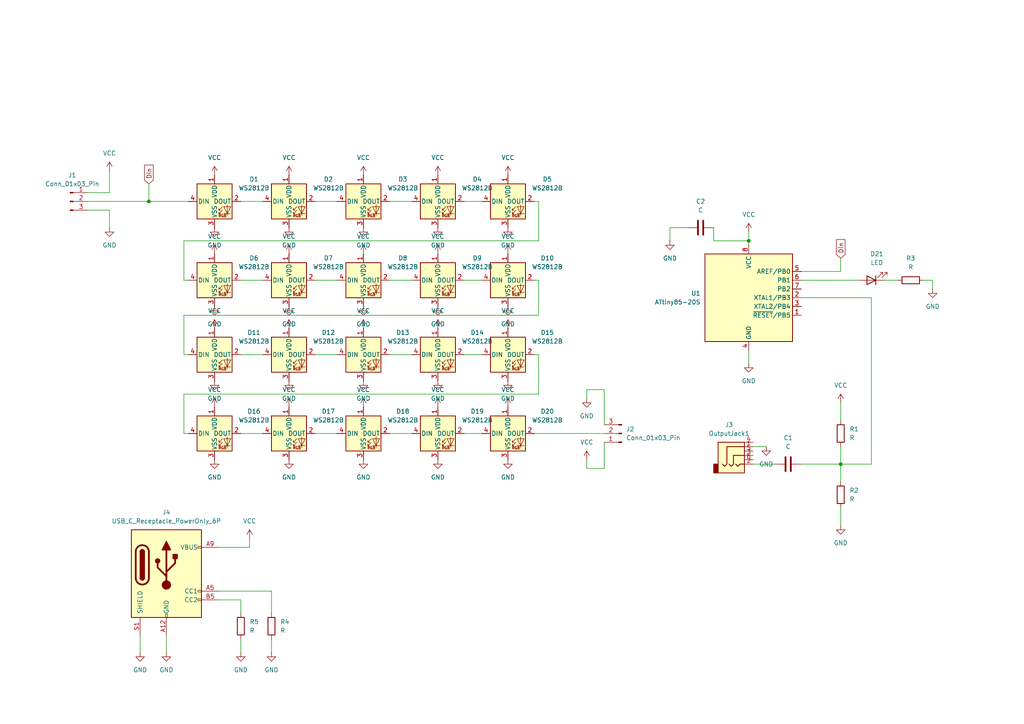
<source format=kicad_sch>
(kicad_sch (version 20250114) (generator "eeschema") (generator_version "9.0")
  (paper "A4")
  (lib_symbols
    (symbol "1Channel-PiezoAmp-rescue:AudioJack3-Connector_6"
      (property "Reference" "J6" (at -7.112 -1.7018 0))
      (property "Value" "OutputJack1" (at -7.112 0.6096 0))
      (symbol "AudioJack3-Connector_6_0_1"
        (rectangle (start -5.08 -5.08) (end -6.35 -2.54) (stroke (width 0.254)) (fill (type outline)))
        (polyline (pts (xy -1.905 -2.54) (xy -1.27 -3.175) (xy -0.635 -2.54) (xy -0.635 0) (xy 2.54 0)) (stroke (width 0.254)))
        (polyline (pts (xy 0 -2.54) (xy 0.635 -3.175) (xy 1.27 -2.54) (xy 2.54 -2.54)) (stroke (width 0.254)))
        (rectangle (start 2.54 3.81) (end -5.08 -5.08) (stroke (width 0.254)) (fill (type background)))
        (polyline (pts (xy 2.54 2.54) (xy -2.54 2.54) (xy -2.54 -2.54) (xy -3.175 -3.175) (xy -3.81 -2.54)) (stroke (width 0.254)))
      )
      (symbol "AudioJack3-Connector_6_1_1"
        (pin passive line (at 5.08 3.81 180) (length 2.54) (name "~") (number "4"))
        (pin passive line (at 5.08 2.54 180) (length 2.54) (name "~") (number "1"))
        (pin passive line (at 5.08 1.27 180) (length 2.54) (name "~") (number "5"))
        (pin passive line (at 5.08 0 180) (length 2.54) (name "~") (number "3"))
        (pin passive line (at 5.08 -1.27 180) (length 2.54) (name "~") (number "6"))
        (pin passive line (at 5.08 -2.54 180) (length 2.54) (name "~") (number "2"))
      )
    )
    (symbol "Connector:Conn_01x03_Pin" (pin_names (offset 1.016) (hide yes))
      (property "Reference" "J" (at 0 5.08 0))
      (property "Value" "Conn_01x03_Pin" (at 0 -5.08 0))
      (symbol "Conn_01x03_Pin_1_1"
        (rectangle (start 0.8636 2.667) (end 0 2.413) (stroke (width 0.1524)) (fill (type outline)))
        (rectangle (start 0.8636 0.127) (end 0 -0.127) (stroke (width 0.1524)) (fill (type outline)))
        (rectangle (start 0.8636 -2.413) (end 0 -2.667) (stroke (width 0.1524)) (fill (type outline)))
        (polyline (pts (xy 1.27 2.54) (xy 0.8636 2.54)) (stroke (width 0.1524)))
        (polyline (pts (xy 1.27 0) (xy 0.8636 0)) (stroke (width 0.1524)))
        (polyline (pts (xy 1.27 -2.54) (xy 0.8636 -2.54)) (stroke (width 0.1524)))
        (pin passive line (at 5.08 2.54 180) (length 3.81) (name "Pin_1") (number "1"))
        (pin passive line (at 5.08 0 180) (length 3.81) (name "Pin_2") (number "2"))
        (pin passive line (at 5.08 -2.54 180) (length 3.81) (name "Pin_3") (number "3"))
      )
    )
    (symbol "Connector:USB_C_Receptacle_PowerOnly_6P" (pin_names (offset 1.016))
      (property "Reference" "J" (at 0 16.51 0))
      (property "Value" "USB_C_Receptacle_PowerOnly_6P" (at 0 13.97 0))
      (symbol "USB_C_Receptacle_PowerOnly_6P_0_0"
        (rectangle (start -0.254 -12.7) (end 0.254 -11.684))
        (rectangle (start 10.16 7.874) (end 9.144 7.366))
        (rectangle (start 10.16 -4.826) (end 9.144 -5.334))
        (rectangle (start 10.16 -7.366) (end 9.144 -7.874))
      )
      (symbol "USB_C_Receptacle_PowerOnly_6P_0_1"
        (rectangle (start -10.16 12.7) (end 10.16 -12.7) (stroke (width 0.254)) (fill (type background)))
        (polyline (pts (xy -8.89 -1.27) (xy -8.89 6.35)) (stroke (width 0.508)))
        (rectangle (start -7.62 -1.27) (end -6.35 6.35) (stroke (width 0.254)) (fill (type outline)))
        (arc (start -7.62 6.35) (mid -6.985 6.9823) (end -6.35 6.35) (stroke (width 0.254)))
        (arc (start -7.62 6.35) (mid -6.985 6.9823) (end -6.35 6.35) (stroke (width 0.254)) (fill (type outline)))
        (arc (start -8.89 6.35) (mid -6.985 8.2467) (end -5.08 6.35) (stroke (width 0.508)))
        (arc (start -5.08 -1.27) (mid -6.985 -3.1667) (end -8.89 -1.27) (stroke (width 0.508)))
        (arc (start -6.35 -1.27) (mid -6.985 -1.9023) (end -7.62 -1.27) (stroke (width 0.254)))
        (arc (start -6.35 -1.27) (mid -6.985 -1.9023) (end -7.62 -1.27) (stroke (width 0.254)) (fill (type outline)))
        (polyline (pts (xy -5.08 6.35) (xy -5.08 -1.27)) (stroke (width 0.508)))
        (circle (center -2.54 3.683) (radius 0.635) (stroke (width 0.254)) (fill (type outline)))
        (polyline (pts (xy -1.27 6.858) (xy 0 9.398) (xy 1.27 6.858) (xy -1.27 6.858)) (stroke (width 0.254)) (fill (type outline)))
        (polyline (pts (xy 0 0.508) (xy 2.54 3.048) (xy 2.54 4.318)) (stroke (width 0.508)))
        (polyline (pts (xy 0 -0.762) (xy -2.54 1.778) (xy -2.54 3.048)) (stroke (width 0.508)))
        (polyline (pts (xy 0 -3.302) (xy 0 6.858)) (stroke (width 0.508)))
        (circle (center 0 -3.302) (radius 1.27) (fill (type outline)))
        (rectangle (start 1.905 4.318) (end 3.175 5.588) (stroke (width 0.254)) (fill (type outline)))
      )
      (symbol "USB_C_Receptacle_PowerOnly_6P_1_1"
        (pin passive line (at -7.62 -17.78 90) (length 5.08) (name "SHIELD") (number "S1"))
        (pin passive line (at 0 -17.78 90) (length 5.08) (name "GND") (number "A12"))
        (pin passive line (at 0 -17.78 90) (length 5.08) (hide yes) (name "GND") (number "B12"))
        (pin passive line (at 15.24 7.62 180) (length 5.08) (name "VBUS") (number "A9"))
        (pin passive line (at 15.24 7.62 180) (length 5.08) (hide yes) (name "VBUS") (number "B9"))
        (pin bidirectional line (at 15.24 -5.08 180) (length 5.08) (name "CC1") (number "A5"))
        (pin bidirectional line (at 15.24 -7.62 180) (length 5.08) (name "CC2") (number "B5"))
      )
    )
    (symbol "Device:C" (pin_numbers (hide yes)) (pin_names (offset 0.254))
      (property "Reference" "C" (at 0.635 2.54 0))
      (property "Value" "C" (at 0.635 -2.54 0))
      (symbol "C_0_1"
        (polyline (pts (xy -2.032 0.762) (xy 2.032 0.762)) (stroke (width 0.508)))
        (polyline (pts (xy -2.032 -0.762) (xy 2.032 -0.762)) (stroke (width 0.508)))
      )
      (symbol "C_1_1"
        (pin passive line (at 0 3.81 270) (length 2.794) (name "~") (number "1"))
        (pin passive line (at 0 -3.81 90) (length 2.794) (name "~") (number "2"))
      )
    )
    (symbol "Device:LED" (pin_numbers (hide yes)) (pin_names (offset 1.016) (hide yes))
      (property "Reference" "D" (at 0 2.54 0))
      (property "Value" "LED" (at 0 -2.54 0))
      (symbol "LED_0_1"
        (polyline (pts (xy -3.048 -0.762) (xy -4.572 -2.286) (xy -3.81 -2.286) (xy -4.572 -2.286) (xy -4.572 -1.524)))
        (polyline (pts (xy -1.778 -0.762) (xy -3.302 -2.286) (xy -2.54 -2.286) (xy -3.302 -2.286) (xy -3.302 -1.524)))
        (polyline (pts (xy -1.27 0) (xy 1.27 0)))
        (polyline (pts (xy -1.27 -1.27) (xy -1.27 1.27)) (stroke (width 0.254)))
        (polyline (pts (xy 1.27 -1.27) (xy 1.27 1.27) (xy -1.27 0) (xy 1.27 -1.27)) (stroke (width 0.254)))
      )
      (symbol "LED_1_1"
        (pin passive line (at -3.81 0 0) (length 2.54) (name "K") (number "1"))
        (pin passive line (at 3.81 0 180) (length 2.54) (name "A") (number "2"))
      )
    )
    (symbol "Device:R" (pin_numbers (hide yes)) (pin_names (offset 0))
      (property "Reference" "R" (at 2.032 0 90))
      (property "Value" "R" (at 0 0 90))
      (symbol "R_0_1"
        (rectangle (start -1.016 -2.54) (end 1.016 2.54) (stroke (width 0.254)))
      )
      (symbol "R_1_1"
        (pin passive line (at 0 3.81 270) (length 1.27) (name "~") (number "1"))
        (pin passive line (at 0 -3.81 90) (length 1.27) (name "~") (number "2"))
      )
    )
    (symbol "LED:WS2812B" (pin_names (offset 0.254))
      (property "Reference" "D" (at 5.08 5.715 0))
      (property "Value" "WS2812B" (at 1.27 -5.715 0))
      (symbol "WS2812B_0_0"
        (text "RGB" (at 2.286 -4.191 0) (effects (font (size 0.762 0.762))))
      )
      (symbol "WS2812B_0_1"
        (polyline (pts (xy 1.27 -2.54) (xy 1.778 -2.54)))
        (polyline (pts (xy 1.27 -3.556) (xy 1.778 -3.556)))
        (polyline (pts (xy 2.286 -1.524) (xy 1.27 -2.54) (xy 1.27 -2.032)))
        (polyline (pts (xy 2.286 -2.54) (xy 1.27 -3.556) (xy 1.27 -3.048)))
        (polyline (pts (xy 3.683 -1.016) (xy 3.683 -3.556) (xy 3.683 -4.064)))
        (polyline (pts (xy 4.699 -1.524) (xy 2.667 -1.524) (xy 3.683 -3.556) (xy 4.699 -1.524)))
        (polyline (pts (xy 4.699 -3.556) (xy 2.667 -3.556)))
        (rectangle (start 5.08 5.08) (end -5.08 -5.08) (stroke (width 0.254)) (fill (type background)))
      )
      (symbol "WS2812B_1_1"
        (pin input line (at -7.62 0 0) (length 2.54) (name "DIN") (number "4"))
        (pin power_in line (at 0 7.62 270) (length 2.54) (name "VDD") (number "1"))
        (pin power_in line (at 0 -7.62 90) (length 2.54) (name "VSS") (number "3"))
        (pin output line (at 7.62 0 180) (length 2.54) (name "DOUT") (number "2"))
      )
    )
    (symbol "MCU_Microchip_ATtiny:ATtiny85-20S"
      (property "Reference" "U" (at -12.7 13.97 0))
      (property "Value" "ATtiny85-20S" (at 2.54 -13.97 0))
      (symbol "ATtiny85-20S_0_1"
        (rectangle (start -12.7 -12.7) (end 12.7 12.7) (stroke (width 0.254)) (fill (type background)))
      )
      (symbol "ATtiny85-20S_1_1"
        (pin power_in line (at 0 15.24 270) (length 2.54) (name "VCC") (number "8"))
        (pin power_in line (at 0 -15.24 90) (length 2.54) (name "GND") (number "4"))
        (pin bidirectional line (at 15.24 7.62 180) (length 2.54) (name "AREF/PB0") (number "5"))
        (pin bidirectional line (at 15.24 5.08 180) (length 2.54) (name "PB1") (number "6"))
        (pin bidirectional line (at 15.24 2.54 180) (length 2.54) (name "PB2") (number "7"))
        (pin bidirectional line (at 15.24 0 180) (length 2.54) (name "XTAL1/PB3") (number "2"))
        (pin bidirectional line (at 15.24 -2.54 180) (length 2.54) (name "XTAL2/PB4") (number "3"))
        (pin bidirectional line (at 15.24 -5.08 180) (length 2.54) (name "~{RESET}/PB5") (number "1"))
      )
    )
    (symbol "power:GND" (power) (pin_numbers (hide yes)) (pin_names (offset 0) (hide yes))
      (property "Value" "GND" (at 0 -3.81 0))
      (symbol "GND_0_1"
        (polyline (pts (xy 0 0) (xy 0 -1.27) (xy 1.27 -1.27) (xy 0 -2.54) (xy -1.27 -1.27) (xy 0 -1.27)))
      )
      (symbol "GND_1_1"
        (pin power_in line (at 0 0 270) (length 0) (name "~") (number "1"))
      )
    )
    (symbol "power:VCC" (power) (pin_numbers (hide yes)) (pin_names (offset 0) (hide yes))
      (property "Value" "VCC" (at 0 3.556 0))
      (symbol "VCC_0_1"
        (polyline (pts (xy -0.762 1.27) (xy 0 2.54)))
        (polyline (pts (xy 0 2.54) (xy 0.762 1.27)))
        (polyline (pts (xy 0 0) (xy 0 2.54)))
      )
      (symbol "VCC_1_1"
        (pin power_in line (at 0 0 90) (length 0) (name "~") (number "1"))
      )
    )
  )
  (junction (at 243.84 134.62))
  (junction (at 217.17 69.85))
  (junction (at 43.18 58.42))
  (wire (pts (xy 72.39 158.75) (xy 72.39 156.21)))
  (wire (pts (xy 53.34 114.3) (xy 53.34 125.73)))
  (wire (pts (xy 25.4 60.96) (xy 31.75 60.96)))
  (wire (pts (xy 217.17 101.6) (xy 217.17 105.41)))
  (wire (pts (xy 243.84 74.93) (xy 243.84 78.74)))
  (wire (pts (xy 69.85 81.28) (xy 76.2 81.28)))
  (wire (pts (xy 170.18 115.57) (xy 170.18 113.03)))
  (wire (pts (xy 53.34 91.44) (xy 53.34 102.87)))
  (wire (pts (xy 232.41 134.62) (xy 243.84 134.62)))
  (wire (pts (xy 25.4 58.42) (xy 43.18 58.42)))
  (wire (pts (xy 154.94 58.42) (xy 156.21 58.42)))
  (wire (pts (xy 243.84 78.74) (xy 232.41 78.74)))
  (wire (pts (xy 154.94 125.73) (xy 175.26 125.73)))
  (wire (pts (xy 207.01 66.04) (xy 207.01 69.85)))
  (wire (pts (xy 252.73 86.36) (xy 232.41 86.36)))
  (wire (pts (xy 154.94 102.87) (xy 156.21 102.87)))
  (wire (pts (xy 43.18 58.42) (xy 54.61 58.42)))
  (wire (pts (xy 53.34 102.87) (xy 54.61 102.87)))
  (wire (pts (xy 69.85 173.99) (xy 69.85 177.8)))
  (wire (pts (xy 63.5 158.75) (xy 72.39 158.75)))
  (wire (pts (xy 53.34 81.28) (xy 54.61 81.28)))
  (wire (pts (xy 156.21 58.42) (xy 156.21 69.85)))
  (wire (pts (xy 175.26 113.03) (xy 175.26 123.19)))
  (wire (pts (xy 40.64 184.15) (xy 40.64 189.23)))
  (wire (pts (xy 69.85 102.87) (xy 76.2 102.87)))
  (wire (pts (xy 113.03 58.42) (xy 119.38 58.42)))
  (wire (pts (xy 243.84 116.84) (xy 243.84 121.92)))
  (wire (pts (xy 134.62 102.87) (xy 139.7 102.87)))
  (wire (pts (xy 156.21 81.28) (xy 156.21 91.44)))
  (wire (pts (xy 232.41 81.28) (xy 248.92 81.28)))
  (wire (pts (xy 156.21 114.3) (xy 53.34 114.3)))
  (wire (pts (xy 78.74 171.45) (xy 78.74 177.8)))
  (wire (pts (xy 134.62 58.42) (xy 139.7 58.42)))
  (wire (pts (xy 154.94 81.28) (xy 156.21 81.28)))
  (wire (pts (xy 91.44 58.42) (xy 97.79 58.42)))
  (wire (pts (xy 25.4 55.88) (xy 31.75 55.88)))
  (wire (pts (xy 243.84 134.62) (xy 243.84 129.54)))
  (wire (pts (xy 63.5 171.45) (xy 78.74 171.45)))
  (wire (pts (xy 91.44 81.28) (xy 97.79 81.28)))
  (wire (pts (xy 217.17 69.85) (xy 207.01 69.85)))
  (wire (pts (xy 175.26 128.27) (xy 175.26 135.89)))
  (wire (pts (xy 217.17 67.31) (xy 217.17 69.85)))
  (wire (pts (xy 243.84 134.62) (xy 243.84 139.7)))
  (wire (pts (xy 113.03 102.87) (xy 119.38 102.87)))
  (wire (pts (xy 31.75 49.53) (xy 31.75 55.88)))
  (wire (pts (xy 199.39 66.04) (xy 194.31 66.04)))
  (wire (pts (xy 156.21 69.85) (xy 53.34 69.85)))
  (wire (pts (xy 256.54 81.28) (xy 260.35 81.28)))
  (wire (pts (xy 134.62 81.28) (xy 139.7 81.28)))
  (wire (pts (xy 69.85 125.73) (xy 76.2 125.73)))
  (wire (pts (xy 69.85 58.42) (xy 76.2 58.42)))
  (wire (pts (xy 217.17 69.85) (xy 217.17 71.12)))
  (wire (pts (xy 91.44 102.87) (xy 97.79 102.87)))
  (wire (pts (xy 243.84 134.62) (xy 252.73 134.62)))
  (wire (pts (xy 113.03 125.73) (xy 119.38 125.73)))
  (wire (pts (xy 156.21 102.87) (xy 156.21 114.3)))
  (wire (pts (xy 113.03 81.28) (xy 119.38 81.28)))
  (wire (pts (xy 53.34 69.85) (xy 53.34 81.28)))
  (wire (pts (xy 270.51 81.28) (xy 270.51 83.82)))
  (wire (pts (xy 218.44 129.54) (xy 222.25 129.54)))
  (wire (pts (xy 218.44 134.62) (xy 224.79 134.62)))
  (wire (pts (xy 156.21 91.44) (xy 53.34 91.44)))
  (wire (pts (xy 170.18 135.89) (xy 170.18 133.35)))
  (wire (pts (xy 43.18 53.34) (xy 43.18 58.42)))
  (wire (pts (xy 63.5 173.99) (xy 69.85 173.99)))
  (wire (pts (xy 252.73 134.62) (xy 252.73 86.36)))
  (wire (pts (xy 48.26 184.15) (xy 48.26 189.23)))
  (wire (pts (xy 194.31 66.04) (xy 194.31 69.85)))
  (wire (pts (xy 175.26 135.89) (xy 170.18 135.89)))
  (wire (pts (xy 31.75 60.96) (xy 31.75 66.04)))
  (wire (pts (xy 78.74 185.42) (xy 78.74 189.23)))
  (wire (pts (xy 267.97 81.28) (xy 270.51 81.28)))
  (wire (pts (xy 91.44 125.73) (xy 97.79 125.73)))
  (wire (pts (xy 134.62 125.73) (xy 139.7 125.73)))
  (wire (pts (xy 53.34 125.73) (xy 54.61 125.73)))
  (wire (pts (xy 170.18 113.03) (xy 175.26 113.03)))
  (wire (pts (xy 69.85 185.42) (xy 69.85 189.23)))
  (wire (pts (xy 243.84 147.32) (xy 243.84 152.4)))
  (global_label "Din" (shape input) (at 243.84 74.93 90) (property "Intersheetrefs" "${INTERSHEET_REFS}" (effects (hide yes))))
  (global_label "Din" (shape input) (at 43.18 53.34 90) (property "Intersheetrefs" "${INTERSHEET_REFS}" (effects (hide yes))))
  (symbol (lib_id "power:VCC") (at 170.18 133.35 0) (unit 1)
    (property "Reference" "#PWR49" (effects (hide yes)))
    (property "Value" "VCC" (at 170.18 128.27 0))
    (property "Description" "Power symbol creates a global label with name \"VCC\"" (effects (hide yes)))
  )
  (symbol (lib_id "LED:WS2812B") (at 62.23 81.28 0) (unit 1)
    (property "Reference" "D6" (at 73.66 74.8598 0))
    (property "Value" "WS2812B" (at 73.66 77.3998 0))
    (property "Footprint" "007_dusjagr:Mixtape_NEO_WS2812B_3d" (effects (hide yes)))
    (property "Datasheet" "https://cdn-shop.adafruit.com/datasheets/WS2812B.pdf" (effects (hide yes)))
    (property "Description" "RGB LED with integrated controller" (effects (hide yes)))
  )
  (symbol (lib_id "power:VCC") (at 147.32 95.25 0) (unit 1)
    (property "Reference" "#PWR6" (effects (hide yes)))
    (property "Value" "VCC" (at 147.32 90.17 0))
    (property "Description" "Power symbol creates a global label with name \"VCC\"" (effects (hide yes)))
  )
  (symbol (lib_id "power:VCC") (at 105.41 118.11 0) (unit 1)
    (property "Reference" "#PWR18" (effects (hide yes)))
    (property "Value" "VCC" (at 105.41 113.03 0))
    (property "Description" "Power symbol creates a global label with name \"VCC\"" (effects (hide yes)))
  )
  (symbol (lib_id "LED:WS2812B") (at 127 102.87 0) (unit 1)
    (property "Reference" "D14" (at 138.43 96.4498 0))
    (property "Value" "WS2812B" (at 138.43 98.9898 0))
    (property "Footprint" "007_dusjagr:Mixtape_NEO_WS2812B_3d" (effects (hide yes)))
    (property "Datasheet" "https://cdn-shop.adafruit.com/datasheets/WS2812B.pdf" (effects (hide yes)))
    (property "Description" "RGB LED with integrated controller" (effects (hide yes)))
  )
  (symbol (lib_id "LED:WS2812B") (at 147.32 58.42 0) (unit 1)
    (property "Reference" "D5" (at 158.75 51.9998 0))
    (property "Value" "WS2812B" (at 158.75 54.5398 0))
    (property "Footprint" "007_dusjagr:Mixtape_NEO_WS2812B_3d" (effects (hide yes)))
    (property "Datasheet" "https://cdn-shop.adafruit.com/datasheets/WS2812B.pdf" (effects (hide yes)))
    (property "Description" "RGB LED with integrated controller" (effects (hide yes)))
  )
  (symbol (lib_id "power:GND") (at 127 66.04 0) (unit 1)
    (property "Reference" "#PWR29" (effects (hide yes)))
    (property "Value" "GND" (at 127 71.12 0))
    (property "Description" "Power symbol creates a global label with name \"GND\" , ground" (effects (hide yes)))
  )
  (symbol (lib_id "LED:WS2812B") (at 127 81.28 0) (unit 1)
    (property "Reference" "D9" (at 138.43 74.8598 0))
    (property "Value" "WS2812B" (at 138.43 77.3998 0))
    (property "Footprint" "007_dusjagr:Mixtape_NEO_WS2812B_3d" (effects (hide yes)))
    (property "Datasheet" "https://cdn-shop.adafruit.com/datasheets/WS2812B.pdf" (effects (hide yes)))
    (property "Description" "RGB LED with integrated controller" (effects (hide yes)))
  )
  (symbol (lib_id "power:GND") (at 194.31 69.85 0) (unit 1)
    (property "Reference" "#PWR48" (effects (hide yes)))
    (property "Value" "GND" (at 194.31 74.93 0))
    (property "Description" "Power symbol creates a global label with name \"GND\" , ground" (effects (hide yes)))
  )
  (symbol (lib_id "power:GND") (at 170.18 115.57 0) (unit 1)
    (property "Reference" "#PWR50" (effects (hide yes)))
    (property "Value" "GND" (at 170.18 120.65 0))
    (property "Description" "Power symbol creates a global label with name \"GND\" , ground" (effects (hide yes)))
  )
  (symbol (lib_id "power:VCC") (at 62.23 118.11 0) (unit 1)
    (property "Reference" "#PWR16" (effects (hide yes)))
    (property "Value" "VCC" (at 62.23 113.03 0))
    (property "Description" "Power symbol creates a global label with name \"VCC\"" (effects (hide yes)))
  )
  (symbol (lib_id "Connector:USB_C_Receptacle_PowerOnly_6P") (at 48.26 166.37 0) (unit 1)
    (property "Reference" "J4" (at 48.26 148.59 0))
    (property "Value" "USB_C_Receptacle_PowerOnly_6P" (at 48.26 151.13 0))
    (property "Footprint" "Connector_USB:USB_C_Receptacle_GCT_USB4135-GF-A_6P_TopMnt_Horizontal" (effects (hide yes)))
    (property "Datasheet" "https://www.usb.org/sites/default/files/documents/usb_type-c.zip" (effects (hide yes)))
    (property "Description" "USB Power-Only 6P Type-C Receptacle connector" (effects (hide yes)))
  )
  (symbol (lib_id "power:GND") (at 147.32 133.35 0) (unit 1)
    (property "Reference" "#PWR40" (effects (hide yes)))
    (property "Value" "GND" (at 147.32 138.43 0))
    (property "Description" "Power symbol creates a global label with name \"GND\" , ground" (effects (hide yes)))
  )
  (symbol (lib_id "power:VCC") (at 83.82 73.66 0) (unit 1)
    (property "Reference" "#PWR13" (effects (hide yes)))
    (property "Value" "VCC" (at 83.82 68.58 0))
    (property "Description" "Power symbol creates a global label with name \"VCC\"" (effects (hide yes)))
  )
  (symbol (lib_id "Device:R") (at 264.16 81.28 90) (unit 1)
    (property "Reference" "R3" (at 264.16 74.93 90))
    (property "Value" "R" (at 264.16 77.47 90))
    (property "Footprint" "007_dusjagr:R_1206_noGND_noSilk" (effects (hide yes)))
    (property "Description" "Resistor" (effects (hide yes)))
  )
  (symbol (lib_id "power:VCC") (at 243.84 116.84 0) (unit 1)
    (property "Reference" "#PWR46" (effects (hide yes)))
    (property "Value" "VCC" (at 243.84 111.76 0))
    (property "Description" "Power symbol creates a global label with name \"VCC\"" (effects (hide yes)))
  )
  (symbol (lib_id "power:VCC") (at 83.82 95.25 0) (unit 1)
    (property "Reference" "#PWR9" (effects (hide yes)))
    (property "Value" "VCC" (at 83.82 90.17 0))
    (property "Description" "Power symbol creates a global label with name \"VCC\"" (effects (hide yes)))
  )
  (symbol (lib_id "power:GND") (at 217.17 105.41 0) (unit 1)
    (property "Reference" "#PWR44" (effects (hide yes)))
    (property "Value" "GND" (at 217.17 110.49 0))
    (property "Description" "Power symbol creates a global label with name \"GND\" , ground" (effects (hide yes)))
  )
  (symbol (lib_id "LED:WS2812B") (at 62.23 58.42 0) (unit 1)
    (property "Reference" "D1" (at 73.66 51.9998 0))
    (property "Value" "WS2812B" (at 73.66 54.5398 0))
    (property "Footprint" "007_dusjagr:Mixtape_NEO_WS2812B_3d" (effects (hide yes)))
    (property "Datasheet" "https://cdn-shop.adafruit.com/datasheets/WS2812B.pdf" (effects (hide yes)))
    (property "Description" "RGB LED with integrated controller" (effects (hide yes)))
  )
  (symbol (lib_id "power:VCC") (at 83.82 50.8 0) (unit 1)
    (property "Reference" "#PWR2" (effects (hide yes)))
    (property "Value" "VCC" (at 83.82 45.72 0))
    (property "Description" "Power symbol creates a global label with name \"VCC\"" (effects (hide yes)))
  )
  (symbol (lib_id "power:GND") (at 222.25 129.54 0) (unit 1)
    (property "Reference" "#PWR47" (effects (hide yes)))
    (property "Value" "GND" (at 222.25 134.62 0))
    (property "Description" "Power symbol creates a global label with name \"GND\" , ground" (effects (hide yes)))
  )
  (symbol (lib_id "Device:R") (at 78.74 181.61 180) (unit 1)
    (property "Reference" "R4" (at 81.28 180.3399 0) (effects (justify right)))
    (property "Value" "R" (at 81.28 182.8799 0) (effects (justify right)))
    (property "Footprint" "007_dusjagr:R_1206_noGND_noSilk" (effects (hide yes)))
    (property "Description" "Resistor" (effects (hide yes)))
  )
  (symbol (lib_id "LED:WS2812B") (at 83.82 102.87 0) (unit 1)
    (property "Reference" "D12" (at 95.25 96.4498 0))
    (property "Value" "WS2812B" (at 95.25 98.9898 0))
    (property "Footprint" "007_dusjagr:Mixtape_NEO_WS2812B_3d" (effects (hide yes)))
    (property "Datasheet" "https://cdn-shop.adafruit.com/datasheets/WS2812B.pdf" (effects (hide yes)))
    (property "Description" "RGB LED with integrated controller" (effects (hide yes)))
  )
  (symbol (lib_id "power:GND") (at 62.23 110.49 0) (unit 1)
    (property "Reference" "#PWR35" (effects (hide yes)))
    (property "Value" "GND" (at 62.23 115.57 0))
    (property "Description" "Power symbol creates a global label with name \"GND\" , ground" (effects (hide yes)))
  )
  (symbol (lib_id "power:GND") (at 127 110.49 0) (unit 1)
    (property "Reference" "#PWR32" (effects (hide yes)))
    (property "Value" "GND" (at 127 115.57 0))
    (property "Description" "Power symbol creates a global label with name \"GND\" , ground" (effects (hide yes)))
  )
  (symbol (lib_id "Device:R") (at 243.84 125.73 0) (unit 1)
    (property "Reference" "R1" (at 246.38 124.4599 0) (effects (justify left)))
    (property "Value" "R" (at 246.38 126.9999 0) (effects (justify left)))
    (property "Footprint" "007_dusjagr:R_1206_noGND" (effects (hide yes)))
    (property "Description" "Resistor" (effects (hide yes)))
  )
  (symbol (lib_id "LED:WS2812B") (at 83.82 58.42 0) (unit 1)
    (property "Reference" "D2" (at 95.25 51.9998 0))
    (property "Value" "WS2812B" (at 95.25 54.5398 0))
    (property "Footprint" "007_dusjagr:Mixtape_NEO_WS2812B_3d" (effects (hide yes)))
    (property "Datasheet" "https://cdn-shop.adafruit.com/datasheets/WS2812B.pdf" (effects (hide yes)))
    (property "Description" "RGB LED with integrated controller" (effects (hide yes)))
  )
  (symbol (lib_id "power:GND") (at 127 133.35 0) (unit 1)
    (property "Reference" "#PWR39" (effects (hide yes)))
    (property "Value" "GND" (at 127 138.43 0))
    (property "Description" "Power symbol creates a global label with name \"GND\" , ground" (effects (hide yes)))
  )
  (symbol (lib_id "power:GND") (at 31.75 66.04 0) (unit 1)
    (property "Reference" "#PWR42" (effects (hide yes)))
    (property "Value" "GND" (at 31.75 71.12 0))
    (property "Description" "Power symbol creates a global label with name \"GND\" , ground" (effects (hide yes)))
  )
  (symbol (lib_id "Device:C") (at 203.2 66.04 90) (unit 1)
    (property "Reference" "C2" (at 203.2 58.42 90))
    (property "Value" "C" (at 203.2 60.96 90))
    (property "Footprint" "007_dusjagr:C_1210_noGND" (effects (hide yes)))
    (property "Description" "Unpolarized capacitor" (effects (hide yes)))
  )
  (symbol (lib_id "power:VCC") (at 127 50.8 0) (unit 1)
    (property "Reference" "#PWR4" (effects (hide yes)))
    (property "Value" "VCC" (at 127 45.72 0))
    (property "Description" "Power symbol creates a global label with name \"VCC\"" (effects (hide yes)))
  )
  (symbol (lib_id "power:GND") (at 78.74 189.23 0) (unit 1)
    (property "Reference" "#PWR054" (effects (hide yes)))
    (property "Value" "GND" (at 78.74 194.31 0))
    (property "Description" "Power symbol creates a global label with name \"GND\" , ground" (effects (hide yes)))
  )
  (symbol (lib_id "LED:WS2812B") (at 83.82 125.73 0) (unit 1)
    (property "Reference" "D17" (at 95.25 119.3098 0))
    (property "Value" "WS2812B" (at 95.25 121.8498 0))
    (property "Footprint" "007_dusjagr:Mixtape_NEO_WS2812B_3d" (effects (hide yes)))
    (property "Datasheet" "https://cdn-shop.adafruit.com/datasheets/WS2812B.pdf" (effects (hide yes)))
    (property "Description" "RGB LED with integrated controller" (effects (hide yes)))
  )
  (symbol (lib_id "power:GND") (at 127 88.9 0) (unit 1)
    (property "Reference" "#PWR23" (effects (hide yes)))
    (property "Value" "GND" (at 127 93.98 0))
    (property "Description" "Power symbol creates a global label with name \"GND\" , ground" (effects (hide yes)))
  )
  (symbol (lib_id "power:GND") (at 62.23 88.9 0) (unit 1)
    (property "Reference" "#PWR25" (effects (hide yes)))
    (property "Value" "GND" (at 62.23 93.98 0))
    (property "Description" "Power symbol creates a global label with name \"GND\" , ground" (effects (hide yes)))
  )
  (symbol (lib_id "LED:WS2812B") (at 83.82 81.28 0) (unit 1)
    (property "Reference" "D7" (at 95.25 74.8598 0))
    (property "Value" "WS2812B" (at 95.25 77.3998 0))
    (property "Footprint" "007_dusjagr:Mixtape_NEO_WS2812B_3d" (effects (hide yes)))
    (property "Datasheet" "https://cdn-shop.adafruit.com/datasheets/WS2812B.pdf" (effects (hide yes)))
    (property "Description" "RGB LED with integrated controller" (effects (hide yes)))
  )
  (symbol (lib_id "power:VCC") (at 62.23 73.66 0) (unit 1)
    (property "Reference" "#PWR14" (effects (hide yes)))
    (property "Value" "VCC" (at 62.23 68.58 0))
    (property "Description" "Power symbol creates a global label with name \"VCC\"" (effects (hide yes)))
  )
  (symbol (lib_id "Device:LED") (at 252.73 81.28 180) (unit 1)
    (property "Reference" "D21" (at 254.3175 73.66 0))
    (property "Value" "LED" (at 254.3175 76.2 0))
    (property "Footprint" "007_dusjagr:LED_PLCC_2835_Handsoldering" (effects (hide yes)))
    (property "Description" "Light emitting diode" (effects (hide yes)))
  )
  (symbol (lib_id "power:VCC") (at 147.32 118.11 0) (unit 1)
    (property "Reference" "#PWR20" (effects (hide yes)))
    (property "Value" "VCC" (at 147.32 113.03 0))
    (property "Description" "Power symbol creates a global label with name \"VCC\"" (effects (hide yes)))
  )
  (symbol (lib_id "Device:C") (at 228.6 134.62 90) (unit 1)
    (property "Reference" "C1" (at 228.6 127 90))
    (property "Value" "C" (at 228.6 129.54 90))
    (property "Footprint" "007_dusjagr:C_1210_noGND" (effects (hide yes)))
    (property "Description" "Unpolarized capacitor" (effects (hide yes)))
  )
  (symbol (lib_id "power:VCC") (at 83.82 118.11 0) (unit 1)
    (property "Reference" "#PWR17" (effects (hide yes)))
    (property "Value" "VCC" (at 83.82 113.03 0))
    (property "Description" "Power symbol creates a global label with name \"VCC\"" (effects (hide yes)))
  )
  (symbol (lib_id "LED:WS2812B") (at 147.32 81.28 0) (unit 1)
    (property "Reference" "D10" (at 158.75 74.8598 0))
    (property "Value" "WS2812B" (at 158.75 77.3998 0))
    (property "Footprint" "007_dusjagr:Mixtape_NEO_WS2812B_3d" (effects (hide yes)))
    (property "Datasheet" "https://cdn-shop.adafruit.com/datasheets/WS2812B.pdf" (effects (hide yes)))
    (property "Description" "RGB LED with integrated controller" (effects (hide yes)))
  )
  (symbol (lib_id "power:VCC") (at 127 118.11 0) (unit 1)
    (property "Reference" "#PWR19" (effects (hide yes)))
    (property "Value" "VCC" (at 127 113.03 0))
    (property "Description" "Power symbol creates a global label with name \"VCC\"" (effects (hide yes)))
  )
  (symbol (lib_id "power:VCC") (at 31.75 49.53 0) (unit 1)
    (property "Reference" "#PWR41" (effects (hide yes)))
    (property "Value" "VCC" (at 31.75 44.45 0))
    (property "Description" "Power symbol creates a global label with name \"VCC\"" (effects (hide yes)))
  )
  (symbol (lib_id "power:VCC") (at 105.41 95.25 0) (unit 1)
    (property "Reference" "#PWR8" (effects (hide yes)))
    (property "Value" "VCC" (at 105.41 90.17 0))
    (property "Description" "Power symbol creates a global label with name \"VCC\"" (effects (hide yes)))
  )
  (symbol (lib_id "power:VCC") (at 127 73.66 0) (unit 1)
    (property "Reference" "#PWR11" (effects (hide yes)))
    (property "Value" "VCC" (at 127 68.58 0))
    (property "Description" "Power symbol creates a global label with name \"VCC\"" (effects (hide yes)))
  )
  (symbol (lib_id "power:VCC") (at 127 95.25 0) (unit 1)
    (property "Reference" "#PWR7" (effects (hide yes)))
    (property "Value" "VCC" (at 127 90.17 0))
    (property "Description" "Power symbol creates a global label with name \"VCC\"" (effects (hide yes)))
  )
  (symbol (lib_id "LED:WS2812B") (at 127 58.42 0) (unit 1)
    (property "Reference" "D4" (at 138.43 51.9998 0))
    (property "Value" "WS2812B" (at 138.43 54.5398 0))
    (property "Footprint" "007_dusjagr:Mixtape_NEO_WS2812B_3d" (effects (hide yes)))
    (property "Datasheet" "https://cdn-shop.adafruit.com/datasheets/WS2812B.pdf" (effects (hide yes)))
    (property "Description" "RGB LED with integrated controller" (effects (hide yes)))
  )
  (symbol (lib_id "power:VCC") (at 217.17 67.31 0) (unit 1)
    (property "Reference" "#PWR43" (effects (hide yes)))
    (property "Value" "VCC" (at 217.17 62.23 0))
    (property "Description" "Power symbol creates a global label with name \"VCC\"" (effects (hide yes)))
  )
  (symbol (lib_id "power:GND") (at 105.41 110.49 0) (unit 1)
    (property "Reference" "#PWR33" (effects (hide yes)))
    (property "Value" "GND" (at 105.41 115.57 0))
    (property "Description" "Power symbol creates a global label with name \"GND\" , ground" (effects (hide yes)))
  )
  (symbol (lib_id "power:GND") (at 147.32 66.04 0) (unit 1)
    (property "Reference" "#PWR30" (effects (hide yes)))
    (property "Value" "GND" (at 147.32 71.12 0))
    (property "Description" "Power symbol creates a global label with name \"GND\" , ground" (effects (hide yes)))
  )
  (symbol (lib_id "LED:WS2812B") (at 127 125.73 0) (unit 1)
    (property "Reference" "D19" (at 138.43 119.3098 0))
    (property "Value" "WS2812B" (at 138.43 121.8498 0))
    (property "Footprint" "007_dusjagr:Mixtape_NEO_WS2812B_3d" (effects (hide yes)))
    (property "Datasheet" "https://cdn-shop.adafruit.com/datasheets/WS2812B.pdf" (effects (hide yes)))
    (property "Description" "RGB LED with integrated controller" (effects (hide yes)))
  )
  (symbol (lib_id "power:GND") (at 62.23 133.35 0) (unit 1)
    (property "Reference" "#PWR36" (effects (hide yes)))
    (property "Value" "GND" (at 62.23 138.43 0))
    (property "Description" "Power symbol creates a global label with name \"GND\" , ground" (effects (hide yes)))
  )
  (symbol (lib_id "1Channel-PiezoAmp-rescue:AudioJack3-Connector_6") (at 213.36 132.08 0) (unit 1)
    (property "Reference" "J3" (at 211.455 123.19 0))
    (property "Value" "OutputJack1" (at 211.455 125.73 0))
    (property "Footprint" "007_dusjagr:3.5mm_jack_SMT_dusjagrNew" (effects (hide yes)))
  )
  (symbol (lib_id "MCU_Microchip_ATtiny:ATtiny85-20S") (at 217.17 86.36 0) (unit 1)
    (property "Reference" "U1" (at 203.2 85.0899 0) (effects (justify right)))
    (property "Value" "ATtiny85-20S" (at 203.2 87.6299 0) (effects (justify right)))
    (property "Footprint" "Package_SO:SOIC-8W_5.3x5.3mm_P1.27mm" (effects (hide yes)))
    (property "Datasheet" "http://ww1.microchip.com/downloads/en/DeviceDoc/atmel-2586-avr-8-bit-microcontroller-attiny25-attiny45-attiny85_datasheet.pdf" (effects (hide yes)))
    (property "Description" "20MHz, 8kB Flash, 512B SRAM, 512B EEPROM, debugWIRE, SOIC-8W" (effects (hide yes)))
  )
  (symbol (lib_id "power:GND") (at 147.32 88.9 0) (unit 1)
    (property "Reference" "#PWR24" (effects (hide yes)))
    (property "Value" "GND" (at 147.32 93.98 0))
    (property "Description" "Power symbol creates a global label with name \"GND\" , ground" (effects (hide yes)))
  )
  (symbol (lib_id "Device:R") (at 243.84 143.51 0) (unit 1)
    (property "Reference" "R2" (at 246.38 142.2399 0) (effects (justify left)))
    (property "Value" "R" (at 246.38 144.7799 0) (effects (justify left)))
    (property "Footprint" "007_dusjagr:R_1206_noGND" (effects (hide yes)))
    (property "Description" "Resistor" (effects (hide yes)))
  )
  (symbol (lib_id "power:GND") (at 83.82 133.35 0) (unit 1)
    (property "Reference" "#PWR37" (effects (hide yes)))
    (property "Value" "GND" (at 83.82 138.43 0))
    (property "Description" "Power symbol creates a global label with name \"GND\" , ground" (effects (hide yes)))
  )
  (symbol (lib_id "Device:R") (at 69.85 181.61 180) (unit 1)
    (property "Reference" "R5" (at 72.39 180.3399 0) (effects (justify right)))
    (property "Value" "R" (at 72.39 182.8799 0) (effects (justify right)))
    (property "Footprint" "007_dusjagr:R_1206_noGND_noSilk" (effects (hide yes)))
    (property "Description" "Resistor" (effects (hide yes)))
  )
  (symbol (lib_id "LED:WS2812B") (at 147.32 102.87 0) (unit 1)
    (property "Reference" "D15" (at 158.75 96.4498 0))
    (property "Value" "WS2812B" (at 158.75 98.9898 0))
    (property "Footprint" "007_dusjagr:Mixtape_NEO_WS2812B_3d" (effects (hide yes)))
    (property "Datasheet" "https://cdn-shop.adafruit.com/datasheets/WS2812B.pdf" (effects (hide yes)))
    (property "Description" "RGB LED with integrated controller" (effects (hide yes)))
  )
  (symbol (lib_id "power:GND") (at 48.26 189.23 0) (unit 1)
    (property "Reference" "#PWR052" (effects (hide yes)))
    (property "Value" "GND" (at 48.26 194.31 0))
    (property "Description" "Power symbol creates a global label with name \"GND\" , ground" (effects (hide yes)))
  )
  (symbol (lib_id "power:VCC") (at 105.41 73.66 0) (unit 1)
    (property "Reference" "#PWR12" (effects (hide yes)))
    (property "Value" "VCC" (at 105.41 68.58 0))
    (property "Description" "Power symbol creates a global label with name \"VCC\"" (effects (hide yes)))
  )
  (symbol (lib_id "power:VCC") (at 72.39 156.21 0) (unit 1)
    (property "Reference" "#PWR053" (effects (hide yes)))
    (property "Value" "VCC" (at 72.39 151.13 0))
    (property "Description" "Power symbol creates a global label with name \"VCC\"" (effects (hide yes)))
  )
  (symbol (lib_id "LED:WS2812B") (at 105.41 102.87 0) (unit 1)
    (property "Reference" "D13" (at 116.84 96.4498 0))
    (property "Value" "WS2812B" (at 116.84 98.9898 0))
    (property "Footprint" "007_dusjagr:Mixtape_NEO_WS2812B_3d" (effects (hide yes)))
    (property "Datasheet" "https://cdn-shop.adafruit.com/datasheets/WS2812B.pdf" (effects (hide yes)))
    (property "Description" "RGB LED with integrated controller" (effects (hide yes)))
  )
  (symbol (lib_id "LED:WS2812B") (at 105.41 81.28 0) (unit 1)
    (property "Reference" "D8" (at 116.84 74.8598 0))
    (property "Value" "WS2812B" (at 116.84 77.3998 0))
    (property "Footprint" "007_dusjagr:Mixtape_NEO_WS2812B_3d" (effects (hide yes)))
    (property "Datasheet" "https://cdn-shop.adafruit.com/datasheets/WS2812B.pdf" (effects (hide yes)))
    (property "Description" "RGB LED with integrated controller" (effects (hide yes)))
  )
  (symbol (lib_id "power:GND") (at 83.82 110.49 0) (unit 1)
    (property "Reference" "#PWR34" (effects (hide yes)))
    (property "Value" "GND" (at 83.82 115.57 0))
    (property "Description" "Power symbol creates a global label with name \"GND\" , ground" (effects (hide yes)))
  )
  (symbol (lib_id "power:GND") (at 243.84 152.4 0) (unit 1)
    (property "Reference" "#PWR45" (effects (hide yes)))
    (property "Value" "GND" (at 243.84 157.48 0))
    (property "Description" "Power symbol creates a global label with name \"GND\" , ground" (effects (hide yes)))
  )
  (symbol (lib_id "power:GND") (at 83.82 66.04 0) (unit 1)
    (property "Reference" "#PWR27" (effects (hide yes)))
    (property "Value" "GND" (at 83.82 71.12 0))
    (property "Description" "Power symbol creates a global label with name \"GND\" , ground" (effects (hide yes)))
  )
  (symbol (lib_id "power:GND") (at 147.32 110.49 0) (unit 1)
    (property "Reference" "#PWR31" (effects (hide yes)))
    (property "Value" "GND" (at 147.32 115.57 0))
    (property "Description" "Power symbol creates a global label with name \"GND\" , ground" (effects (hide yes)))
  )
  (symbol (lib_id "power:GND") (at 40.64 189.23 0) (unit 1)
    (property "Reference" "#PWR056" (effects (hide yes)))
    (property "Value" "GND" (at 40.64 194.31 0))
    (property "Description" "Power symbol creates a global label with name \"GND\" , ground" (effects (hide yes)))
  )
  (symbol (lib_id "power:GND") (at 62.23 66.04 0) (unit 1)
    (property "Reference" "#PWR26" (effects (hide yes)))
    (property "Value" "GND" (at 62.23 71.12 0))
    (property "Description" "Power symbol creates a global label with name \"GND\" , ground" (effects (hide yes)))
  )
  (symbol (lib_id "power:GND") (at 105.41 133.35 0) (unit 1)
    (property "Reference" "#PWR38" (effects (hide yes)))
    (property "Value" "GND" (at 105.41 138.43 0))
    (property "Description" "Power symbol creates a global label with name \"GND\" , ground" (effects (hide yes)))
  )
  (symbol (lib_id "power:VCC") (at 62.23 50.8 0) (unit 1)
    (property "Reference" "#PWR1" (effects (hide yes)))
    (property "Value" "VCC" (at 62.23 45.72 0))
    (property "Description" "Power symbol creates a global label with name \"VCC\"" (effects (hide yes)))
  )
  (symbol (lib_id "LED:WS2812B") (at 62.23 125.73 0) (unit 1)
    (property "Reference" "D16" (at 73.66 119.3098 0))
    (property "Value" "WS2812B" (at 73.66 121.8498 0))
    (property "Footprint" "007_dusjagr:Mixtape_NEO_WS2812B_3d" (effects (hide yes)))
    (property "Datasheet" "https://cdn-shop.adafruit.com/datasheets/WS2812B.pdf" (effects (hide yes)))
    (property "Description" "RGB LED with integrated controller" (effects (hide yes)))
  )
  (symbol (lib_id "Connector:Conn_01x03_Pin") (at 180.34 125.73 180) (unit 1)
    (property "Reference" "J2" (at 181.61 124.4599 0) (effects (justify right)))
    (property "Value" "Conn_01x03_Pin" (at 181.61 126.9999 0) (effects (justify right)))
    (property "Footprint" "Connector_PinSocket_2.54mm:PinSocket_1x03_P2.54mm_Vertical" (effects (hide yes)))
    (property "Description" "Generic connector, single row, 01x03, script generated" (effects (hide yes)))
  )
  (symbol (lib_id "LED:WS2812B") (at 105.41 125.73 0) (unit 1)
    (property "Reference" "D18" (at 116.84 119.3098 0))
    (property "Value" "WS2812B" (at 116.84 121.8498 0))
    (property "Footprint" "007_dusjagr:Mixtape_NEO_WS2812B_3d" (effects (hide yes)))
    (property "Datasheet" "https://cdn-shop.adafruit.com/datasheets/WS2812B.pdf" (effects (hide yes)))
    (property "Description" "RGB LED with integrated controller" (effects (hide yes)))
  )
  (symbol (lib_id "power:GND") (at 105.41 88.9 0) (unit 1)
    (property "Reference" "#PWR21" (effects (hide yes)))
    (property "Value" "GND" (at 105.41 93.98 0))
    (property "Description" "Power symbol creates a global label with name \"GND\" , ground" (effects (hide yes)))
  )
  (symbol (lib_id "power:VCC") (at 147.32 73.66 0) (unit 1)
    (property "Reference" "#PWR10" (effects (hide yes)))
    (property "Value" "VCC" (at 147.32 68.58 0))
    (property "Description" "Power symbol creates a global label with name \"VCC\"" (effects (hide yes)))
  )
  (symbol (lib_id "power:GND") (at 270.51 83.82 0) (unit 1)
    (property "Reference" "#PWR051" (effects (hide yes)))
    (property "Value" "GND" (at 270.51 88.9 0))
    (property "Description" "Power symbol creates a global label with name \"GND\" , ground" (effects (hide yes)))
  )
  (symbol (lib_id "power:GND") (at 69.85 189.23 0) (unit 1)
    (property "Reference" "#PWR055" (effects (hide yes)))
    (property "Value" "GND" (at 69.85 194.31 0))
    (property "Description" "Power symbol creates a global label with name \"GND\" , ground" (effects (hide yes)))
  )
  (symbol (lib_id "power:VCC") (at 105.41 50.8 0) (unit 1)
    (property "Reference" "#PWR3" (effects (hide yes)))
    (property "Value" "VCC" (at 105.41 45.72 0))
    (property "Description" "Power symbol creates a global label with name \"VCC\"" (effects (hide yes)))
  )
  (symbol (lib_id "Connector:Conn_01x03_Pin") (at 20.32 58.42 0) (unit 1)
    (property "Reference" "J1" (at 20.955 50.8 0))
    (property "Value" "Conn_01x03_Pin" (at 20.955 53.34 0))
    (property "Footprint" "Connector_PinSocket_2.54mm:PinSocket_1x03_P2.54mm_Vertical" (effects (hide yes)))
    (property "Description" "Generic connector, single row, 01x03, script generated" (effects (hide yes)))
  )
  (symbol (lib_id "power:VCC") (at 62.23 95.25 0) (unit 1)
    (property "Reference" "#PWR15" (effects (hide yes)))
    (property "Value" "VCC" (at 62.23 90.17 0))
    (property "Description" "Power symbol creates a global label with name \"VCC\"" (effects (hide yes)))
  )
  (symbol (lib_id "LED:WS2812B") (at 62.23 102.87 0) (unit 1)
    (property "Reference" "D11" (at 73.66 96.4498 0))
    (property "Value" "WS2812B" (at 73.66 98.9898 0))
    (property "Footprint" "007_dusjagr:Mixtape_NEO_WS2812B_3d" (effects (hide yes)))
    (property "Datasheet" "https://cdn-shop.adafruit.com/datasheets/WS2812B.pdf" (effects (hide yes)))
    (property "Description" "RGB LED with integrated controller" (effects (hide yes)))
  )
  (symbol (lib_id "LED:WS2812B") (at 105.41 58.42 0) (unit 1)
    (property "Reference" "D3" (at 116.84 51.9998 0))
    (property "Value" "WS2812B" (at 116.84 54.5398 0))
    (property "Footprint" "007_dusjagr:Mixtape_NEO_WS2812B_3d" (effects (hide yes)))
    (property "Datasheet" "https://cdn-shop.adafruit.com/datasheets/WS2812B.pdf" (effects (hide yes)))
    (property "Description" "RGB LED with integrated controller" (effects (hide yes)))
  )
  (symbol (lib_id "power:GND") (at 105.41 66.04 0) (unit 1)
    (property "Reference" "#PWR28" (effects (hide yes)))
    (property "Value" "GND" (at 105.41 71.12 0))
    (property "Description" "Power symbol creates a global label with name \"GND\" , ground" (effects (hide yes)))
  )
  (symbol (lib_id "power:GND") (at 83.82 88.9 0) (unit 1)
    (property "Reference" "#PWR22" (effects (hide yes)))
    (property "Value" "GND" (at 83.82 93.98 0))
    (property "Description" "Power symbol creates a global label with name \"GND\" , ground" (effects (hide yes)))
  )
  (symbol (lib_id "LED:WS2812B") (at 147.32 125.73 0) (unit 1)
    (property "Reference" "D20" (at 158.75 119.3098 0))
    (property "Value" "WS2812B" (at 158.75 121.8498 0))
    (property "Footprint" "007_dusjagr:Mixtape_NEO_WS2812B_3d" (effects (hide yes)))
    (property "Datasheet" "https://cdn-shop.adafruit.com/datasheets/WS2812B.pdf" (effects (hide yes)))
    (property "Description" "RGB LED with integrated controller" (effects (hide yes)))
  )
  (symbol (lib_id "power:VCC") (at 147.32 50.8 0) (unit 1)
    (property "Reference" "#PWR5" (effects (hide yes)))
    (property "Value" "VCC" (at 147.32 45.72 0))
    (property "Description" "Power symbol creates a global label with name \"VCC\"" (effects (hide yes)))
  )
)
</source>
